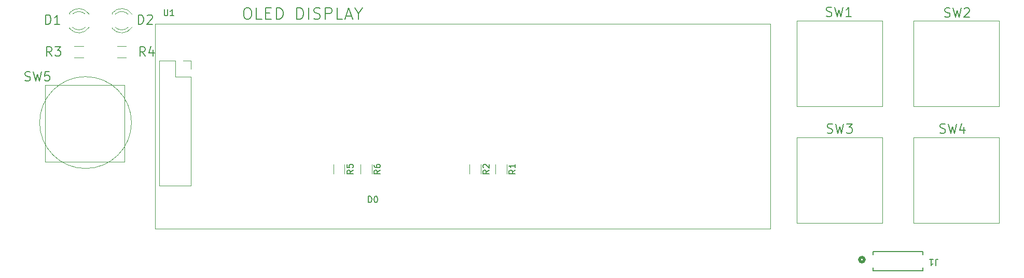
<source format=gbr>
%TF.GenerationSoftware,KiCad,Pcbnew,9.0.4-9.0.4-0~ubuntu24.04.1*%
%TF.CreationDate,2025-09-26T13:54:12-04:00*%
%TF.ProjectId,car-control,6361722d-636f-46e7-9472-6f6c2e6b6963,rev?*%
%TF.SameCoordinates,Original*%
%TF.FileFunction,Legend,Top*%
%TF.FilePolarity,Positive*%
%FSLAX46Y46*%
G04 Gerber Fmt 4.6, Leading zero omitted, Abs format (unit mm)*
G04 Created by KiCad (PCBNEW 9.0.4-9.0.4-0~ubuntu24.04.1) date 2025-09-26 13:54:12*
%MOMM*%
%LPD*%
G01*
G04 APERTURE LIST*
%ADD10C,0.203200*%
%ADD11C,0.150000*%
%ADD12C,0.120000*%
%ADD13C,0.100000*%
%ADD14C,0.152400*%
%ADD15C,0.508000*%
G04 APERTURE END LIST*
D10*
X112710112Y-50556297D02*
X113072969Y-50556297D01*
X113072969Y-50556297D02*
X113254398Y-50647011D01*
X113254398Y-50647011D02*
X113435826Y-50828440D01*
X113435826Y-50828440D02*
X113526541Y-51191297D01*
X113526541Y-51191297D02*
X113526541Y-51826297D01*
X113526541Y-51826297D02*
X113435826Y-52189154D01*
X113435826Y-52189154D02*
X113254398Y-52370583D01*
X113254398Y-52370583D02*
X113072969Y-52461297D01*
X113072969Y-52461297D02*
X112710112Y-52461297D01*
X112710112Y-52461297D02*
X112528684Y-52370583D01*
X112528684Y-52370583D02*
X112347255Y-52189154D01*
X112347255Y-52189154D02*
X112256541Y-51826297D01*
X112256541Y-51826297D02*
X112256541Y-51191297D01*
X112256541Y-51191297D02*
X112347255Y-50828440D01*
X112347255Y-50828440D02*
X112528684Y-50647011D01*
X112528684Y-50647011D02*
X112710112Y-50556297D01*
X115250112Y-52461297D02*
X114342969Y-52461297D01*
X114342969Y-52461297D02*
X114342969Y-50556297D01*
X115885112Y-51463440D02*
X116520112Y-51463440D01*
X116792255Y-52461297D02*
X115885112Y-52461297D01*
X115885112Y-52461297D02*
X115885112Y-50556297D01*
X115885112Y-50556297D02*
X116792255Y-50556297D01*
X117608683Y-52461297D02*
X117608683Y-50556297D01*
X117608683Y-50556297D02*
X118062254Y-50556297D01*
X118062254Y-50556297D02*
X118334397Y-50647011D01*
X118334397Y-50647011D02*
X118515826Y-50828440D01*
X118515826Y-50828440D02*
X118606540Y-51009868D01*
X118606540Y-51009868D02*
X118697254Y-51372725D01*
X118697254Y-51372725D02*
X118697254Y-51644868D01*
X118697254Y-51644868D02*
X118606540Y-52007725D01*
X118606540Y-52007725D02*
X118515826Y-52189154D01*
X118515826Y-52189154D02*
X118334397Y-52370583D01*
X118334397Y-52370583D02*
X118062254Y-52461297D01*
X118062254Y-52461297D02*
X117608683Y-52461297D01*
X120965112Y-52461297D02*
X120965112Y-50556297D01*
X120965112Y-50556297D02*
X121418683Y-50556297D01*
X121418683Y-50556297D02*
X121690826Y-50647011D01*
X121690826Y-50647011D02*
X121872255Y-50828440D01*
X121872255Y-50828440D02*
X121962969Y-51009868D01*
X121962969Y-51009868D02*
X122053683Y-51372725D01*
X122053683Y-51372725D02*
X122053683Y-51644868D01*
X122053683Y-51644868D02*
X121962969Y-52007725D01*
X121962969Y-52007725D02*
X121872255Y-52189154D01*
X121872255Y-52189154D02*
X121690826Y-52370583D01*
X121690826Y-52370583D02*
X121418683Y-52461297D01*
X121418683Y-52461297D02*
X120965112Y-52461297D01*
X122870112Y-52461297D02*
X122870112Y-50556297D01*
X123686541Y-52370583D02*
X123958684Y-52461297D01*
X123958684Y-52461297D02*
X124412255Y-52461297D01*
X124412255Y-52461297D02*
X124593684Y-52370583D01*
X124593684Y-52370583D02*
X124684398Y-52279868D01*
X124684398Y-52279868D02*
X124775112Y-52098440D01*
X124775112Y-52098440D02*
X124775112Y-51917011D01*
X124775112Y-51917011D02*
X124684398Y-51735583D01*
X124684398Y-51735583D02*
X124593684Y-51644868D01*
X124593684Y-51644868D02*
X124412255Y-51554154D01*
X124412255Y-51554154D02*
X124049398Y-51463440D01*
X124049398Y-51463440D02*
X123867969Y-51372725D01*
X123867969Y-51372725D02*
X123777255Y-51282011D01*
X123777255Y-51282011D02*
X123686541Y-51100583D01*
X123686541Y-51100583D02*
X123686541Y-50919154D01*
X123686541Y-50919154D02*
X123777255Y-50737725D01*
X123777255Y-50737725D02*
X123867969Y-50647011D01*
X123867969Y-50647011D02*
X124049398Y-50556297D01*
X124049398Y-50556297D02*
X124502969Y-50556297D01*
X124502969Y-50556297D02*
X124775112Y-50647011D01*
X125591541Y-52461297D02*
X125591541Y-50556297D01*
X125591541Y-50556297D02*
X126317255Y-50556297D01*
X126317255Y-50556297D02*
X126498684Y-50647011D01*
X126498684Y-50647011D02*
X126589398Y-50737725D01*
X126589398Y-50737725D02*
X126680112Y-50919154D01*
X126680112Y-50919154D02*
X126680112Y-51191297D01*
X126680112Y-51191297D02*
X126589398Y-51372725D01*
X126589398Y-51372725D02*
X126498684Y-51463440D01*
X126498684Y-51463440D02*
X126317255Y-51554154D01*
X126317255Y-51554154D02*
X125591541Y-51554154D01*
X128403684Y-52461297D02*
X127496541Y-52461297D01*
X127496541Y-52461297D02*
X127496541Y-50556297D01*
X128947970Y-51917011D02*
X129855113Y-51917011D01*
X128766541Y-52461297D02*
X129401541Y-50556297D01*
X129401541Y-50556297D02*
X130036541Y-52461297D01*
X131034398Y-51554154D02*
X131034398Y-52461297D01*
X130399398Y-50556297D02*
X131034398Y-51554154D01*
X131034398Y-51554154D02*
X131669398Y-50556297D01*
X226694999Y-52056893D02*
X226912714Y-52129464D01*
X226912714Y-52129464D02*
X227275571Y-52129464D01*
X227275571Y-52129464D02*
X227420714Y-52056893D01*
X227420714Y-52056893D02*
X227493285Y-51984321D01*
X227493285Y-51984321D02*
X227565856Y-51839178D01*
X227565856Y-51839178D02*
X227565856Y-51694035D01*
X227565856Y-51694035D02*
X227493285Y-51548893D01*
X227493285Y-51548893D02*
X227420714Y-51476321D01*
X227420714Y-51476321D02*
X227275571Y-51403750D01*
X227275571Y-51403750D02*
X226985285Y-51331178D01*
X226985285Y-51331178D02*
X226840142Y-51258607D01*
X226840142Y-51258607D02*
X226767571Y-51186035D01*
X226767571Y-51186035D02*
X226694999Y-51040893D01*
X226694999Y-51040893D02*
X226694999Y-50895750D01*
X226694999Y-50895750D02*
X226767571Y-50750607D01*
X226767571Y-50750607D02*
X226840142Y-50678035D01*
X226840142Y-50678035D02*
X226985285Y-50605464D01*
X226985285Y-50605464D02*
X227348142Y-50605464D01*
X227348142Y-50605464D02*
X227565856Y-50678035D01*
X228073857Y-50605464D02*
X228436714Y-52129464D01*
X228436714Y-52129464D02*
X228727000Y-51040893D01*
X228727000Y-51040893D02*
X229017285Y-52129464D01*
X229017285Y-52129464D02*
X229380143Y-50605464D01*
X229888142Y-50750607D02*
X229960714Y-50678035D01*
X229960714Y-50678035D02*
X230105857Y-50605464D01*
X230105857Y-50605464D02*
X230468714Y-50605464D01*
X230468714Y-50605464D02*
X230613857Y-50678035D01*
X230613857Y-50678035D02*
X230686428Y-50750607D01*
X230686428Y-50750607D02*
X230758999Y-50895750D01*
X230758999Y-50895750D02*
X230758999Y-51040893D01*
X230758999Y-51040893D02*
X230686428Y-51258607D01*
X230686428Y-51258607D02*
X229815571Y-52129464D01*
X229815571Y-52129464D02*
X230758999Y-52129464D01*
X76580999Y-62470893D02*
X76798714Y-62543464D01*
X76798714Y-62543464D02*
X77161571Y-62543464D01*
X77161571Y-62543464D02*
X77306714Y-62470893D01*
X77306714Y-62470893D02*
X77379285Y-62398321D01*
X77379285Y-62398321D02*
X77451856Y-62253178D01*
X77451856Y-62253178D02*
X77451856Y-62108035D01*
X77451856Y-62108035D02*
X77379285Y-61962893D01*
X77379285Y-61962893D02*
X77306714Y-61890321D01*
X77306714Y-61890321D02*
X77161571Y-61817750D01*
X77161571Y-61817750D02*
X76871285Y-61745178D01*
X76871285Y-61745178D02*
X76726142Y-61672607D01*
X76726142Y-61672607D02*
X76653571Y-61600035D01*
X76653571Y-61600035D02*
X76580999Y-61454893D01*
X76580999Y-61454893D02*
X76580999Y-61309750D01*
X76580999Y-61309750D02*
X76653571Y-61164607D01*
X76653571Y-61164607D02*
X76726142Y-61092035D01*
X76726142Y-61092035D02*
X76871285Y-61019464D01*
X76871285Y-61019464D02*
X77234142Y-61019464D01*
X77234142Y-61019464D02*
X77451856Y-61092035D01*
X77959857Y-61019464D02*
X78322714Y-62543464D01*
X78322714Y-62543464D02*
X78613000Y-61454893D01*
X78613000Y-61454893D02*
X78903285Y-62543464D01*
X78903285Y-62543464D02*
X79266143Y-61019464D01*
X80572428Y-61019464D02*
X79846714Y-61019464D01*
X79846714Y-61019464D02*
X79774142Y-61745178D01*
X79774142Y-61745178D02*
X79846714Y-61672607D01*
X79846714Y-61672607D02*
X79991857Y-61600035D01*
X79991857Y-61600035D02*
X80354714Y-61600035D01*
X80354714Y-61600035D02*
X80499857Y-61672607D01*
X80499857Y-61672607D02*
X80572428Y-61745178D01*
X80572428Y-61745178D02*
X80644999Y-61890321D01*
X80644999Y-61890321D02*
X80644999Y-62253178D01*
X80644999Y-62253178D02*
X80572428Y-62398321D01*
X80572428Y-62398321D02*
X80499857Y-62470893D01*
X80499857Y-62470893D02*
X80354714Y-62543464D01*
X80354714Y-62543464D02*
X79991857Y-62543464D01*
X79991857Y-62543464D02*
X79846714Y-62470893D01*
X79846714Y-62470893D02*
X79774142Y-62398321D01*
D11*
X156589819Y-77091666D02*
X156113628Y-77424999D01*
X156589819Y-77663094D02*
X155589819Y-77663094D01*
X155589819Y-77663094D02*
X155589819Y-77282142D01*
X155589819Y-77282142D02*
X155637438Y-77186904D01*
X155637438Y-77186904D02*
X155685057Y-77139285D01*
X155685057Y-77139285D02*
X155780295Y-77091666D01*
X155780295Y-77091666D02*
X155923152Y-77091666D01*
X155923152Y-77091666D02*
X156018390Y-77139285D01*
X156018390Y-77139285D02*
X156066009Y-77186904D01*
X156066009Y-77186904D02*
X156113628Y-77282142D01*
X156113628Y-77282142D02*
X156113628Y-77663094D01*
X156589819Y-76139285D02*
X156589819Y-76710713D01*
X156589819Y-76424999D02*
X155589819Y-76424999D01*
X155589819Y-76424999D02*
X155732676Y-76520237D01*
X155732676Y-76520237D02*
X155827914Y-76615475D01*
X155827914Y-76615475D02*
X155875533Y-76710713D01*
X99299595Y-50875319D02*
X99299595Y-51684842D01*
X99299595Y-51684842D02*
X99347214Y-51780080D01*
X99347214Y-51780080D02*
X99394833Y-51827700D01*
X99394833Y-51827700D02*
X99490071Y-51875319D01*
X99490071Y-51875319D02*
X99680547Y-51875319D01*
X99680547Y-51875319D02*
X99775785Y-51827700D01*
X99775785Y-51827700D02*
X99823404Y-51780080D01*
X99823404Y-51780080D02*
X99871023Y-51684842D01*
X99871023Y-51684842D02*
X99871023Y-50875319D01*
X100871023Y-51875319D02*
X100299595Y-51875319D01*
X100585309Y-51875319D02*
X100585309Y-50875319D01*
X100585309Y-50875319D02*
X100490071Y-51018176D01*
X100490071Y-51018176D02*
X100394833Y-51113414D01*
X100394833Y-51113414D02*
X100299595Y-51161033D01*
D10*
X96191000Y-58479464D02*
X95683000Y-57753750D01*
X95320143Y-58479464D02*
X95320143Y-56955464D01*
X95320143Y-56955464D02*
X95900714Y-56955464D01*
X95900714Y-56955464D02*
X96045857Y-57028035D01*
X96045857Y-57028035D02*
X96118428Y-57100607D01*
X96118428Y-57100607D02*
X96191000Y-57245750D01*
X96191000Y-57245750D02*
X96191000Y-57463464D01*
X96191000Y-57463464D02*
X96118428Y-57608607D01*
X96118428Y-57608607D02*
X96045857Y-57681178D01*
X96045857Y-57681178D02*
X95900714Y-57753750D01*
X95900714Y-57753750D02*
X95320143Y-57753750D01*
X97497286Y-57463464D02*
X97497286Y-58479464D01*
X97134428Y-56882893D02*
X96771571Y-57971464D01*
X96771571Y-57971464D02*
X97715000Y-57971464D01*
X207390999Y-51929893D02*
X207608714Y-52002464D01*
X207608714Y-52002464D02*
X207971571Y-52002464D01*
X207971571Y-52002464D02*
X208116714Y-51929893D01*
X208116714Y-51929893D02*
X208189285Y-51857321D01*
X208189285Y-51857321D02*
X208261856Y-51712178D01*
X208261856Y-51712178D02*
X208261856Y-51567035D01*
X208261856Y-51567035D02*
X208189285Y-51421893D01*
X208189285Y-51421893D02*
X208116714Y-51349321D01*
X208116714Y-51349321D02*
X207971571Y-51276750D01*
X207971571Y-51276750D02*
X207681285Y-51204178D01*
X207681285Y-51204178D02*
X207536142Y-51131607D01*
X207536142Y-51131607D02*
X207463571Y-51059035D01*
X207463571Y-51059035D02*
X207390999Y-50913893D01*
X207390999Y-50913893D02*
X207390999Y-50768750D01*
X207390999Y-50768750D02*
X207463571Y-50623607D01*
X207463571Y-50623607D02*
X207536142Y-50551035D01*
X207536142Y-50551035D02*
X207681285Y-50478464D01*
X207681285Y-50478464D02*
X208044142Y-50478464D01*
X208044142Y-50478464D02*
X208261856Y-50551035D01*
X208769857Y-50478464D02*
X209132714Y-52002464D01*
X209132714Y-52002464D02*
X209423000Y-50913893D01*
X209423000Y-50913893D02*
X209713285Y-52002464D01*
X209713285Y-52002464D02*
X210076143Y-50478464D01*
X211454999Y-52002464D02*
X210584142Y-52002464D01*
X211019571Y-52002464D02*
X211019571Y-50478464D01*
X211019571Y-50478464D02*
X210874428Y-50696178D01*
X210874428Y-50696178D02*
X210729285Y-50841321D01*
X210729285Y-50841321D02*
X210584142Y-50913893D01*
X80951000Y-58479464D02*
X80443000Y-57753750D01*
X80080143Y-58479464D02*
X80080143Y-56955464D01*
X80080143Y-56955464D02*
X80660714Y-56955464D01*
X80660714Y-56955464D02*
X80805857Y-57028035D01*
X80805857Y-57028035D02*
X80878428Y-57100607D01*
X80878428Y-57100607D02*
X80951000Y-57245750D01*
X80951000Y-57245750D02*
X80951000Y-57463464D01*
X80951000Y-57463464D02*
X80878428Y-57608607D01*
X80878428Y-57608607D02*
X80805857Y-57681178D01*
X80805857Y-57681178D02*
X80660714Y-57753750D01*
X80660714Y-57753750D02*
X80080143Y-57753750D01*
X81459000Y-56955464D02*
X82402428Y-56955464D01*
X82402428Y-56955464D02*
X81894428Y-57536035D01*
X81894428Y-57536035D02*
X82112143Y-57536035D01*
X82112143Y-57536035D02*
X82257286Y-57608607D01*
X82257286Y-57608607D02*
X82329857Y-57681178D01*
X82329857Y-57681178D02*
X82402428Y-57826321D01*
X82402428Y-57826321D02*
X82402428Y-58189178D01*
X82402428Y-58189178D02*
X82329857Y-58334321D01*
X82329857Y-58334321D02*
X82257286Y-58406893D01*
X82257286Y-58406893D02*
X82112143Y-58479464D01*
X82112143Y-58479464D02*
X81676714Y-58479464D01*
X81676714Y-58479464D02*
X81531571Y-58406893D01*
X81531571Y-58406893D02*
X81459000Y-58334321D01*
D11*
X152344619Y-77091666D02*
X151868428Y-77424999D01*
X152344619Y-77663094D02*
X151344619Y-77663094D01*
X151344619Y-77663094D02*
X151344619Y-77282142D01*
X151344619Y-77282142D02*
X151392238Y-77186904D01*
X151392238Y-77186904D02*
X151439857Y-77139285D01*
X151439857Y-77139285D02*
X151535095Y-77091666D01*
X151535095Y-77091666D02*
X151677952Y-77091666D01*
X151677952Y-77091666D02*
X151773190Y-77139285D01*
X151773190Y-77139285D02*
X151820809Y-77186904D01*
X151820809Y-77186904D02*
X151868428Y-77282142D01*
X151868428Y-77282142D02*
X151868428Y-77663094D01*
X151439857Y-76710713D02*
X151392238Y-76663094D01*
X151392238Y-76663094D02*
X151344619Y-76567856D01*
X151344619Y-76567856D02*
X151344619Y-76329761D01*
X151344619Y-76329761D02*
X151392238Y-76234523D01*
X151392238Y-76234523D02*
X151439857Y-76186904D01*
X151439857Y-76186904D02*
X151535095Y-76139285D01*
X151535095Y-76139285D02*
X151630333Y-76139285D01*
X151630333Y-76139285D02*
X151773190Y-76186904D01*
X151773190Y-76186904D02*
X152344619Y-76758332D01*
X152344619Y-76758332D02*
X152344619Y-76139285D01*
D10*
X207517999Y-70979893D02*
X207735714Y-71052464D01*
X207735714Y-71052464D02*
X208098571Y-71052464D01*
X208098571Y-71052464D02*
X208243714Y-70979893D01*
X208243714Y-70979893D02*
X208316285Y-70907321D01*
X208316285Y-70907321D02*
X208388856Y-70762178D01*
X208388856Y-70762178D02*
X208388856Y-70617035D01*
X208388856Y-70617035D02*
X208316285Y-70471893D01*
X208316285Y-70471893D02*
X208243714Y-70399321D01*
X208243714Y-70399321D02*
X208098571Y-70326750D01*
X208098571Y-70326750D02*
X207808285Y-70254178D01*
X207808285Y-70254178D02*
X207663142Y-70181607D01*
X207663142Y-70181607D02*
X207590571Y-70109035D01*
X207590571Y-70109035D02*
X207517999Y-69963893D01*
X207517999Y-69963893D02*
X207517999Y-69818750D01*
X207517999Y-69818750D02*
X207590571Y-69673607D01*
X207590571Y-69673607D02*
X207663142Y-69601035D01*
X207663142Y-69601035D02*
X207808285Y-69528464D01*
X207808285Y-69528464D02*
X208171142Y-69528464D01*
X208171142Y-69528464D02*
X208388856Y-69601035D01*
X208896857Y-69528464D02*
X209259714Y-71052464D01*
X209259714Y-71052464D02*
X209550000Y-69963893D01*
X209550000Y-69963893D02*
X209840285Y-71052464D01*
X209840285Y-71052464D02*
X210203143Y-69528464D01*
X210638571Y-69528464D02*
X211581999Y-69528464D01*
X211581999Y-69528464D02*
X211073999Y-70109035D01*
X211073999Y-70109035D02*
X211291714Y-70109035D01*
X211291714Y-70109035D02*
X211436857Y-70181607D01*
X211436857Y-70181607D02*
X211509428Y-70254178D01*
X211509428Y-70254178D02*
X211581999Y-70399321D01*
X211581999Y-70399321D02*
X211581999Y-70762178D01*
X211581999Y-70762178D02*
X211509428Y-70907321D01*
X211509428Y-70907321D02*
X211436857Y-70979893D01*
X211436857Y-70979893D02*
X211291714Y-71052464D01*
X211291714Y-71052464D02*
X210856285Y-71052464D01*
X210856285Y-71052464D02*
X210711142Y-70979893D01*
X210711142Y-70979893D02*
X210638571Y-70907321D01*
X79953143Y-53272464D02*
X79953143Y-51748464D01*
X79953143Y-51748464D02*
X80316000Y-51748464D01*
X80316000Y-51748464D02*
X80533714Y-51821035D01*
X80533714Y-51821035D02*
X80678857Y-51966178D01*
X80678857Y-51966178D02*
X80751428Y-52111321D01*
X80751428Y-52111321D02*
X80824000Y-52401607D01*
X80824000Y-52401607D02*
X80824000Y-52619321D01*
X80824000Y-52619321D02*
X80751428Y-52909607D01*
X80751428Y-52909607D02*
X80678857Y-53054750D01*
X80678857Y-53054750D02*
X80533714Y-53199893D01*
X80533714Y-53199893D02*
X80316000Y-53272464D01*
X80316000Y-53272464D02*
X79953143Y-53272464D01*
X82275428Y-53272464D02*
X81404571Y-53272464D01*
X81840000Y-53272464D02*
X81840000Y-51748464D01*
X81840000Y-51748464D02*
X81694857Y-51966178D01*
X81694857Y-51966178D02*
X81549714Y-52111321D01*
X81549714Y-52111321D02*
X81404571Y-52183893D01*
D11*
X130119619Y-77091666D02*
X129643428Y-77424999D01*
X130119619Y-77663094D02*
X129119619Y-77663094D01*
X129119619Y-77663094D02*
X129119619Y-77282142D01*
X129119619Y-77282142D02*
X129167238Y-77186904D01*
X129167238Y-77186904D02*
X129214857Y-77139285D01*
X129214857Y-77139285D02*
X129310095Y-77091666D01*
X129310095Y-77091666D02*
X129452952Y-77091666D01*
X129452952Y-77091666D02*
X129548190Y-77139285D01*
X129548190Y-77139285D02*
X129595809Y-77186904D01*
X129595809Y-77186904D02*
X129643428Y-77282142D01*
X129643428Y-77282142D02*
X129643428Y-77663094D01*
X129119619Y-76186904D02*
X129119619Y-76663094D01*
X129119619Y-76663094D02*
X129595809Y-76710713D01*
X129595809Y-76710713D02*
X129548190Y-76663094D01*
X129548190Y-76663094D02*
X129500571Y-76567856D01*
X129500571Y-76567856D02*
X129500571Y-76329761D01*
X129500571Y-76329761D02*
X129548190Y-76234523D01*
X129548190Y-76234523D02*
X129595809Y-76186904D01*
X129595809Y-76186904D02*
X129691047Y-76139285D01*
X129691047Y-76139285D02*
X129929142Y-76139285D01*
X129929142Y-76139285D02*
X130024380Y-76186904D01*
X130024380Y-76186904D02*
X130072000Y-76234523D01*
X130072000Y-76234523D02*
X130119619Y-76329761D01*
X130119619Y-76329761D02*
X130119619Y-76567856D01*
X130119619Y-76567856D02*
X130072000Y-76663094D01*
X130072000Y-76663094D02*
X130024380Y-76710713D01*
D10*
X225932999Y-70979893D02*
X226150714Y-71052464D01*
X226150714Y-71052464D02*
X226513571Y-71052464D01*
X226513571Y-71052464D02*
X226658714Y-70979893D01*
X226658714Y-70979893D02*
X226731285Y-70907321D01*
X226731285Y-70907321D02*
X226803856Y-70762178D01*
X226803856Y-70762178D02*
X226803856Y-70617035D01*
X226803856Y-70617035D02*
X226731285Y-70471893D01*
X226731285Y-70471893D02*
X226658714Y-70399321D01*
X226658714Y-70399321D02*
X226513571Y-70326750D01*
X226513571Y-70326750D02*
X226223285Y-70254178D01*
X226223285Y-70254178D02*
X226078142Y-70181607D01*
X226078142Y-70181607D02*
X226005571Y-70109035D01*
X226005571Y-70109035D02*
X225932999Y-69963893D01*
X225932999Y-69963893D02*
X225932999Y-69818750D01*
X225932999Y-69818750D02*
X226005571Y-69673607D01*
X226005571Y-69673607D02*
X226078142Y-69601035D01*
X226078142Y-69601035D02*
X226223285Y-69528464D01*
X226223285Y-69528464D02*
X226586142Y-69528464D01*
X226586142Y-69528464D02*
X226803856Y-69601035D01*
X227311857Y-69528464D02*
X227674714Y-71052464D01*
X227674714Y-71052464D02*
X227965000Y-69963893D01*
X227965000Y-69963893D02*
X228255285Y-71052464D01*
X228255285Y-71052464D02*
X228618143Y-69528464D01*
X229851857Y-70036464D02*
X229851857Y-71052464D01*
X229488999Y-69455893D02*
X229126142Y-70544464D01*
X229126142Y-70544464D02*
X230069571Y-70544464D01*
D11*
X134564619Y-77091666D02*
X134088428Y-77424999D01*
X134564619Y-77663094D02*
X133564619Y-77663094D01*
X133564619Y-77663094D02*
X133564619Y-77282142D01*
X133564619Y-77282142D02*
X133612238Y-77186904D01*
X133612238Y-77186904D02*
X133659857Y-77139285D01*
X133659857Y-77139285D02*
X133755095Y-77091666D01*
X133755095Y-77091666D02*
X133897952Y-77091666D01*
X133897952Y-77091666D02*
X133993190Y-77139285D01*
X133993190Y-77139285D02*
X134040809Y-77186904D01*
X134040809Y-77186904D02*
X134088428Y-77282142D01*
X134088428Y-77282142D02*
X134088428Y-77663094D01*
X133564619Y-76234523D02*
X133564619Y-76424999D01*
X133564619Y-76424999D02*
X133612238Y-76520237D01*
X133612238Y-76520237D02*
X133659857Y-76567856D01*
X133659857Y-76567856D02*
X133802714Y-76663094D01*
X133802714Y-76663094D02*
X133993190Y-76710713D01*
X133993190Y-76710713D02*
X134374142Y-76710713D01*
X134374142Y-76710713D02*
X134469380Y-76663094D01*
X134469380Y-76663094D02*
X134517000Y-76615475D01*
X134517000Y-76615475D02*
X134564619Y-76520237D01*
X134564619Y-76520237D02*
X134564619Y-76329761D01*
X134564619Y-76329761D02*
X134517000Y-76234523D01*
X134517000Y-76234523D02*
X134469380Y-76186904D01*
X134469380Y-76186904D02*
X134374142Y-76139285D01*
X134374142Y-76139285D02*
X134136047Y-76139285D01*
X134136047Y-76139285D02*
X134040809Y-76186904D01*
X134040809Y-76186904D02*
X133993190Y-76234523D01*
X133993190Y-76234523D02*
X133945571Y-76329761D01*
X133945571Y-76329761D02*
X133945571Y-76520237D01*
X133945571Y-76520237D02*
X133993190Y-76615475D01*
X133993190Y-76615475D02*
X134040809Y-76663094D01*
X134040809Y-76663094D02*
X134136047Y-76710713D01*
D10*
X95066143Y-53272464D02*
X95066143Y-51748464D01*
X95066143Y-51748464D02*
X95429000Y-51748464D01*
X95429000Y-51748464D02*
X95646714Y-51821035D01*
X95646714Y-51821035D02*
X95791857Y-51966178D01*
X95791857Y-51966178D02*
X95864428Y-52111321D01*
X95864428Y-52111321D02*
X95937000Y-52401607D01*
X95937000Y-52401607D02*
X95937000Y-52619321D01*
X95937000Y-52619321D02*
X95864428Y-52909607D01*
X95864428Y-52909607D02*
X95791857Y-53054750D01*
X95791857Y-53054750D02*
X95646714Y-53199893D01*
X95646714Y-53199893D02*
X95429000Y-53272464D01*
X95429000Y-53272464D02*
X95066143Y-53272464D01*
X96517571Y-51893607D02*
X96590143Y-51821035D01*
X96590143Y-51821035D02*
X96735286Y-51748464D01*
X96735286Y-51748464D02*
X97098143Y-51748464D01*
X97098143Y-51748464D02*
X97243286Y-51821035D01*
X97243286Y-51821035D02*
X97315857Y-51893607D01*
X97315857Y-51893607D02*
X97388428Y-52038750D01*
X97388428Y-52038750D02*
X97388428Y-52183893D01*
X97388428Y-52183893D02*
X97315857Y-52401607D01*
X97315857Y-52401607D02*
X96445000Y-53272464D01*
X96445000Y-53272464D02*
X97388428Y-53272464D01*
D11*
X225218334Y-92636180D02*
X225218334Y-91921895D01*
X225218334Y-91921895D02*
X225265953Y-91779038D01*
X225265953Y-91779038D02*
X225361191Y-91683800D01*
X225361191Y-91683800D02*
X225504048Y-91636180D01*
X225504048Y-91636180D02*
X225599286Y-91636180D01*
X224218334Y-91636180D02*
X224789762Y-91636180D01*
X224504048Y-91636180D02*
X224504048Y-92636180D01*
X224504048Y-92636180D02*
X224599286Y-92493323D01*
X224599286Y-92493323D02*
X224694524Y-92398085D01*
X224694524Y-92398085D02*
X224789762Y-92350466D01*
X132611905Y-82369819D02*
X132611905Y-81369819D01*
X132611905Y-81369819D02*
X132850000Y-81369819D01*
X132850000Y-81369819D02*
X132992857Y-81417438D01*
X132992857Y-81417438D02*
X133088095Y-81512676D01*
X133088095Y-81512676D02*
X133135714Y-81607914D01*
X133135714Y-81607914D02*
X133183333Y-81798390D01*
X133183333Y-81798390D02*
X133183333Y-81941247D01*
X133183333Y-81941247D02*
X133135714Y-82131723D01*
X133135714Y-82131723D02*
X133088095Y-82226961D01*
X133088095Y-82226961D02*
X132992857Y-82322200D01*
X132992857Y-82322200D02*
X132850000Y-82369819D01*
X132850000Y-82369819D02*
X132611905Y-82369819D01*
X133802381Y-81369819D02*
X133897619Y-81369819D01*
X133897619Y-81369819D02*
X133992857Y-81417438D01*
X133992857Y-81417438D02*
X134040476Y-81465057D01*
X134040476Y-81465057D02*
X134088095Y-81560295D01*
X134088095Y-81560295D02*
X134135714Y-81750771D01*
X134135714Y-81750771D02*
X134135714Y-81988866D01*
X134135714Y-81988866D02*
X134088095Y-82179342D01*
X134088095Y-82179342D02*
X134040476Y-82274580D01*
X134040476Y-82274580D02*
X133992857Y-82322200D01*
X133992857Y-82322200D02*
X133897619Y-82369819D01*
X133897619Y-82369819D02*
X133802381Y-82369819D01*
X133802381Y-82369819D02*
X133707143Y-82322200D01*
X133707143Y-82322200D02*
X133659524Y-82274580D01*
X133659524Y-82274580D02*
X133611905Y-82179342D01*
X133611905Y-82179342D02*
X133564286Y-81988866D01*
X133564286Y-81988866D02*
X133564286Y-81750771D01*
X133564286Y-81750771D02*
X133611905Y-81560295D01*
X133611905Y-81560295D02*
X133659524Y-81465057D01*
X133659524Y-81465057D02*
X133707143Y-81417438D01*
X133707143Y-81417438D02*
X133802381Y-81369819D01*
D12*
%TO.C,SW2*%
X221615000Y-52705000D02*
X235585000Y-52705000D01*
X221615000Y-66675000D02*
X221615000Y-52705000D01*
X235585000Y-52705000D02*
X235585000Y-66675000D01*
X235585000Y-66675000D02*
X221615000Y-66675000D01*
%TO.C,SW5*%
X79860000Y-63230000D02*
X92860000Y-63230000D01*
X79860000Y-75730000D02*
X79860000Y-63230000D01*
X92860000Y-63230000D02*
X92860000Y-75730000D01*
X92860000Y-75730000D02*
X79860000Y-75730000D01*
D13*
X93956666Y-69330000D02*
G75*
G02*
X78963334Y-69330000I-7496666J0D01*
G01*
X78963334Y-69330000D02*
G75*
G02*
X93956666Y-69330000I7496666J0D01*
G01*
D12*
%TO.C,R1*%
X153395000Y-76197936D02*
X153395000Y-77652064D01*
X155215000Y-76197936D02*
X155215000Y-77652064D01*
%TO.C,U1*%
X98477500Y-59234500D02*
X98477500Y-79674500D01*
X98477500Y-59234500D02*
X101077500Y-59234500D01*
X98477500Y-79674500D02*
X103677500Y-79674500D01*
X101077500Y-59234500D02*
X101077500Y-61834500D01*
X101077500Y-61834500D02*
X103677500Y-61834500D01*
X102347500Y-59234500D02*
X103677500Y-59234500D01*
X103677500Y-59234500D02*
X103677500Y-60564500D01*
X103677500Y-61834500D02*
X103677500Y-79674500D01*
D13*
X97775500Y-53198500D02*
X198232500Y-53198500D01*
X198232500Y-86624900D01*
X97775500Y-86624900D01*
X97775500Y-53198500D01*
D12*
%TO.C,R4*%
X93082064Y-56875000D02*
X91627936Y-56875000D01*
X93082064Y-58695000D02*
X91627936Y-58695000D01*
%TO.C,SW1*%
X202565000Y-52705000D02*
X216535000Y-52705000D01*
X202565000Y-66675000D02*
X202565000Y-52705000D01*
X216535000Y-52705000D02*
X216535000Y-66675000D01*
X216535000Y-66675000D02*
X202565000Y-66675000D01*
%TO.C,R3*%
X86097064Y-56875000D02*
X84642936Y-56875000D01*
X86097064Y-58695000D02*
X84642936Y-58695000D01*
%TO.C,R2*%
X149149800Y-76197936D02*
X149149800Y-77652064D01*
X150969800Y-76197936D02*
X150969800Y-77652064D01*
%TO.C,SW3*%
X202565000Y-71755000D02*
X216535000Y-71755000D01*
X202565000Y-85725000D02*
X202565000Y-71755000D01*
X216535000Y-71755000D02*
X216535000Y-85725000D01*
X216535000Y-85725000D02*
X202565000Y-85725000D01*
%TO.C,D1*%
X83810000Y-51469000D02*
X83810000Y-51625000D01*
X83810000Y-53785000D02*
X83810000Y-53941000D01*
X83810000Y-51469484D02*
G75*
G02*
X87042335Y-51626392I1560000J-1235516D01*
G01*
X84329039Y-51625000D02*
G75*
G02*
X86411130Y-51625163I1040961J-1080000D01*
G01*
X86411130Y-53784837D02*
G75*
G02*
X84329039Y-53785000I-1041130J1079837D01*
G01*
X87042335Y-53783608D02*
G75*
G02*
X83810000Y-53940516I-1672335J1078608D01*
G01*
%TO.C,R5*%
X126924800Y-76197936D02*
X126924800Y-77652064D01*
X128744800Y-76197936D02*
X128744800Y-77652064D01*
%TO.C,SW4*%
X221615000Y-71755000D02*
X235585000Y-71755000D01*
X221615000Y-85725000D02*
X221615000Y-71755000D01*
X235585000Y-71755000D02*
X235585000Y-85725000D01*
X235585000Y-85725000D02*
X221615000Y-85725000D01*
%TO.C,R6*%
X131369800Y-76197936D02*
X131369800Y-77652064D01*
X133189800Y-76197936D02*
X133189800Y-77652064D01*
%TO.C,D2*%
X90800000Y-51469000D02*
X90800000Y-51625000D01*
X90800000Y-53785000D02*
X90800000Y-53941000D01*
X90800000Y-51469484D02*
G75*
G02*
X94032335Y-51626392I1560000J-1235516D01*
G01*
X91319039Y-51625000D02*
G75*
G02*
X93401130Y-51625163I1040961J-1080000D01*
G01*
X93401130Y-53784837D02*
G75*
G02*
X91319039Y-53785000I-1041130J1079837D01*
G01*
X94032335Y-53783608D02*
G75*
G02*
X90800000Y-53940516I-1672335J1078608D01*
G01*
D14*
%TO.C,J1*%
X214953901Y-90398000D02*
X214953901Y-90871737D01*
X214953901Y-92988261D02*
X214953901Y-93547600D01*
X214953901Y-93547600D02*
X223158101Y-93547600D01*
X223158101Y-90398000D02*
X214953901Y-90398000D01*
X223158101Y-90871737D02*
X223158101Y-90398000D01*
X223158101Y-93547600D02*
X223158101Y-92988261D01*
D15*
X213556901Y-91710000D02*
G75*
G02*
X212794901Y-91710000I-381000J0D01*
G01*
X212794901Y-91710000D02*
G75*
G02*
X213556901Y-91710000I381000J0D01*
G01*
%TD*%
M02*

</source>
